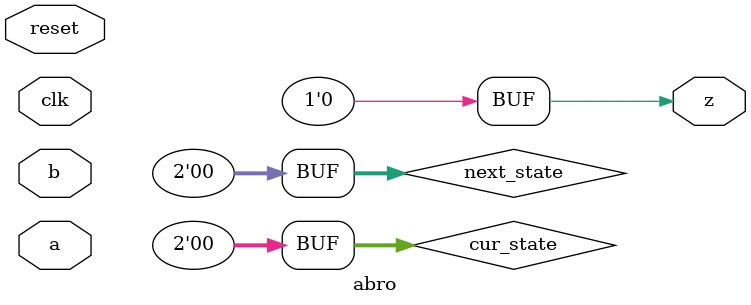
<source format=v>
module abro(
input clk, reset,  
input a,  b,
output z );
parameter IDLE = 0,
S1 = 1,
S2 = 2,
S3 = 3;
reg [1:0] cur_state,next_state;
//This is an FSM with the output z high when either of the input signals a or b are high irrsepective of their order.

always @ (clk or ~reset)
    cur_state <= IDLE;

always @(a or b)
    next_state <=  cur_state;

always
    z <= next_state;

endmodule

</source>
